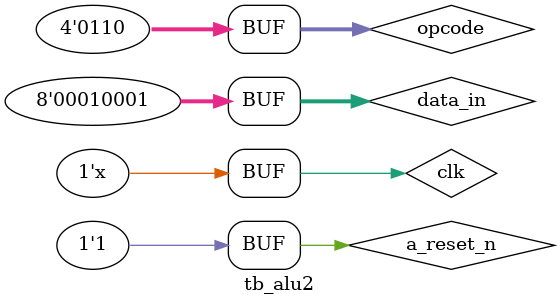
<source format=v>

`timescale 1ns / 1ns

module tb_alu2;

//////////////////////////////////////////////////////////////////////////////////
// DUT
//////////////////////////////////////////////////////////////////////////////////

localparam DATA_WIDTH = 8;

localparam [3:0] ALU2_REGA  = 4'h1;
localparam [3:0] ALU2_REGB  = 4'h2;
localparam [3:0] ALU2_MULT  = 4'h3;
localparam [3:0] ALU2_ACC   = 4'h4;
localparam [3:0] ALU2_MSB   = 4'h5;
localparam [3:0] ALU2_LSB   = 4'h6;
localparam [3:0] ALU2_RESET = 4'h7;

// input
reg                  clk;
reg                  a_reset_n;
reg [DATA_WIDTH-1:0] data_in;
reg [3:0]            opcode;
// output
wire [DATA_WIDTH-1:0] data_out;

alu2 #(.DATA_WIDTH(DATA_WIDTH)) dut(
    .clk        (clk),
    .a_reset_n  (a_reset_n),
    .data_in    (data_in),
    .opcode     (opcode),
    .data_out   (data_out)
);

always
    #5 clk = !clk;

//////////////////////////////////////////////////////////////////////////////////
// Test Bench
//////////////////////////////////////////////////////////////////////////////////
initial begin

    clk = 1'b0;
    
    a_reset_n = 1'b0; #10; // assert reset
    a_reset_n = 1'b1;

    opcode = ALU2_RESET; #10; // reset the accumulator
    
    data_in = 8'h0F; opcode = ALU2_REGA; #10; // load register A : 15
    data_in = 8'h1A; opcode = ALU2_REGB; #10; // load register B : 26
    opcode = ALU2_MULT; #10; // multiply : 15 x 26 = 390 
    opcode = ALU2_ACC; #10; // accumulate : 0 + 390 = 390
    
    data_in = 8'h26; opcode = ALU2_REGA; #10; // load register A : 38
    data_in = 8'h05; opcode = ALU2_REGB; #10; // load register B : 5
    opcode = ALU2_MULT; #10; // multiply : 38 x 5 = 190
    opcode = ALU2_ACC; #10; // accumulate : 390 + 190 = 580
    
    data_in = 8'h03; opcode = ALU2_REGA; #10; // load register A : 3
    data_in = 8'h11; opcode = ALU2_REGB; #10; // load register B : 17
    opcode = ALU2_MULT; #10; // multiply : 3 x 17 = 51
    opcode = ALU2_ACC; #10; // accumulate : 580 + 51 = 631
    
    // 631 = 0x0277
    opcode = ALU2_MSB; #10; // output the MSB of the result : 0x02
    opcode = ALU2_LSB; #10; // output the LSB of the result : 0x77
    
end

endmodule

</source>
